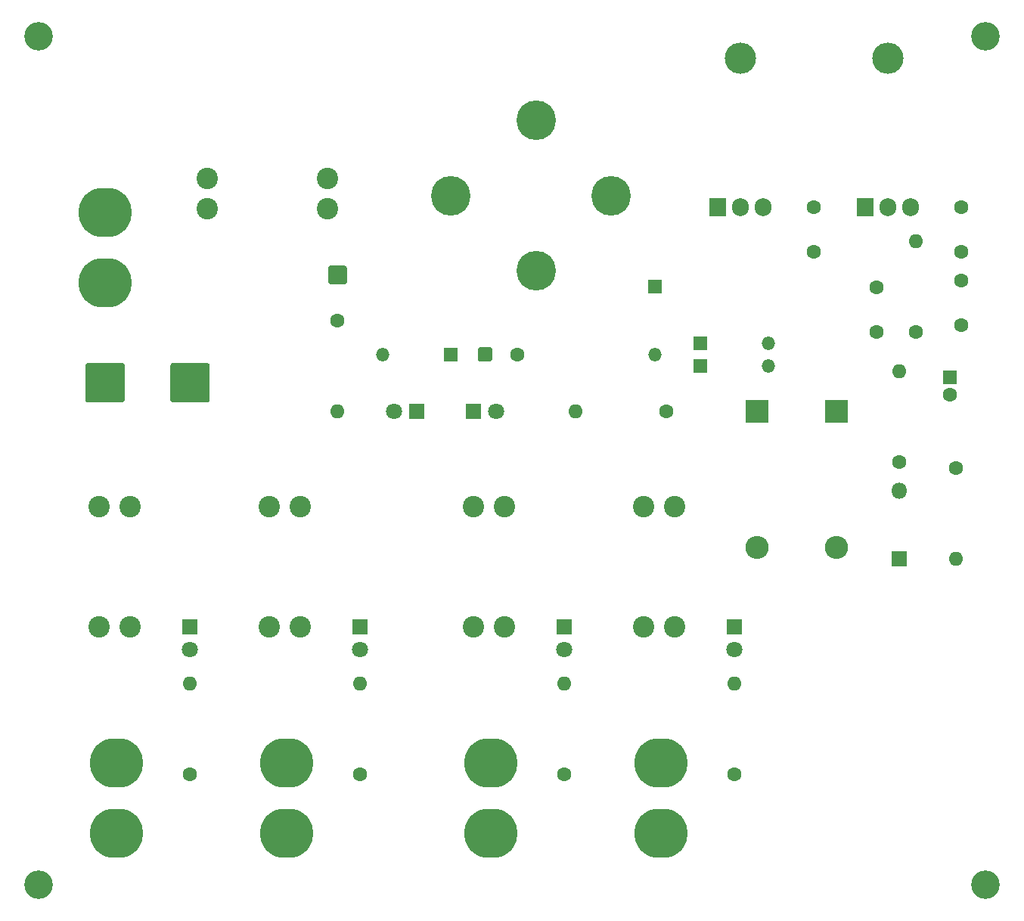
<source format=gbr>
%TF.GenerationSoftware,KiCad,Pcbnew,(5.1.9)-1*%
%TF.CreationDate,2021-04-24T17:16:38+01:00*%
%TF.ProjectId,PowerPole,506f7765-7250-46f6-9c65-2e6b69636164,rev?*%
%TF.SameCoordinates,Original*%
%TF.FileFunction,Soldermask,Bot*%
%TF.FilePolarity,Negative*%
%FSLAX46Y46*%
G04 Gerber Fmt 4.6, Leading zero omitted, Abs format (unit mm)*
G04 Created by KiCad (PCBNEW (5.1.9)-1) date 2021-04-24 17:16:38*
%MOMM*%
%LPD*%
G01*
G04 APERTURE LIST*
%ADD10C,3.200000*%
%ADD11C,4.428000*%
%ADD12C,2.400000*%
%ADD13O,1.600000X1.600000*%
%ADD14C,1.600000*%
%ADD15O,6.000000X5.500000*%
%ADD16O,1.905000X2.000000*%
%ADD17R,1.905000X2.000000*%
%ADD18O,3.500000X3.500000*%
%ADD19C,1.800000*%
%ADD20R,1.800000X1.800000*%
%ADD21O,1.500000X1.500000*%
%ADD22R,1.500000X1.500000*%
%ADD23O,2.600000X2.600000*%
%ADD24R,2.600000X2.600000*%
%ADD25O,1.800000X1.800000*%
%ADD26R,1.600000X1.600000*%
G04 APERTURE END LIST*
D10*
%TO.C, *%
X91000000Y-114000000D03*
%TD*%
%TO.C, *%
X197000000Y-19000000D03*
%TD*%
%TO.C, *%
X197000000Y-114000000D03*
%TD*%
%TO.C, *%
X91000000Y-19000000D03*
%TD*%
D11*
%TO.C,K1*%
X155060000Y-36830000D03*
X146660000Y-45230000D03*
X146660000Y-28430000D03*
X137160000Y-36830000D03*
%TD*%
D12*
%TO.C,F5*%
X158750000Y-71620000D03*
X162150000Y-71620000D03*
X162150000Y-85090000D03*
X158750000Y-85090000D03*
%TD*%
%TO.C,F4*%
X139700000Y-71620000D03*
X143100000Y-71620000D03*
X143100000Y-85090000D03*
X139700000Y-85090000D03*
%TD*%
%TO.C,F3*%
X116840000Y-71620000D03*
X120240000Y-71620000D03*
X120240000Y-85090000D03*
X116840000Y-85090000D03*
%TD*%
%TO.C,F2*%
X97790000Y-71620000D03*
X101190000Y-71620000D03*
X101190000Y-85090000D03*
X97790000Y-85090000D03*
%TD*%
%TO.C,F1*%
X123325000Y-34925000D03*
X123325000Y-38325000D03*
X109855000Y-38325000D03*
X109855000Y-34925000D03*
%TD*%
D13*
%TO.C,R8*%
X124460000Y-60960000D03*
D14*
X124460000Y-50800000D03*
%TD*%
%TO.C,J8*%
G36*
G01*
X105750000Y-59734200D02*
X105750000Y-55835800D01*
G75*
G02*
X106000800Y-55585000I250800J0D01*
G01*
X109899200Y-55585000D01*
G75*
G02*
X110150000Y-55835800I0J-250800D01*
G01*
X110150000Y-59734200D01*
G75*
G02*
X109899200Y-59985000I-250800J0D01*
G01*
X106000800Y-59985000D01*
G75*
G02*
X105750000Y-59734200I0J250800D01*
G01*
G37*
%TD*%
%TO.C,J7*%
G36*
G01*
X96225000Y-59734200D02*
X96225000Y-55835800D01*
G75*
G02*
X96475800Y-55585000I250800J0D01*
G01*
X100374200Y-55585000D01*
G75*
G02*
X100625000Y-55835800I0J-250800D01*
G01*
X100625000Y-59734200D01*
G75*
G02*
X100374200Y-59985000I-250800J0D01*
G01*
X96475800Y-59985000D01*
G75*
G02*
X96225000Y-59734200I0J250800D01*
G01*
G37*
%TD*%
%TO.C,J6*%
G36*
G01*
X123410000Y-46520001D02*
X123410000Y-44919999D01*
G75*
G02*
X123659999Y-44670000I249999J0D01*
G01*
X125260001Y-44670000D01*
G75*
G02*
X125510000Y-44919999I0J-249999D01*
G01*
X125510000Y-46520001D01*
G75*
G02*
X125260001Y-46770000I-249999J0D01*
G01*
X123659999Y-46770000D01*
G75*
G02*
X123410000Y-46520001I0J249999D01*
G01*
G37*
%TD*%
D15*
%TO.C,J5*%
X99695000Y-108230000D03*
X99695000Y-100330000D03*
%TD*%
%TO.C,J4*%
X118745000Y-108230000D03*
X118745000Y-100330000D03*
%TD*%
%TO.C,J3*%
X141605000Y-108230000D03*
X141605000Y-100330000D03*
%TD*%
%TO.C,J2*%
X160655000Y-108230000D03*
X160655000Y-100330000D03*
%TD*%
%TO.C,J1*%
X98425000Y-46635000D03*
X98425000Y-38735000D03*
%TD*%
D14*
%TO.C,C5*%
X177800000Y-43100000D03*
X177800000Y-38100000D03*
%TD*%
D16*
%TO.C,D1*%
X172085000Y-38100000D03*
X169545000Y-38100000D03*
D17*
X167005000Y-38100000D03*
D18*
X169545000Y-21440000D03*
%TD*%
D14*
%TO.C,SW1*%
X144570000Y-54610000D03*
G36*
G01*
X140170000Y-55160000D02*
X140170000Y-54060000D01*
G75*
G02*
X140420000Y-53810000I250000J0D01*
G01*
X141520000Y-53810000D01*
G75*
G02*
X141770000Y-54060000I0J-250000D01*
G01*
X141770000Y-55160000D01*
G75*
G02*
X141520000Y-55410000I-250000J0D01*
G01*
X140420000Y-55410000D01*
G75*
G02*
X140170000Y-55160000I0J250000D01*
G01*
G37*
%TD*%
D13*
%TO.C,R9*%
X189230000Y-41910000D03*
D14*
X189230000Y-52070000D03*
%TD*%
D13*
%TO.C,R7*%
X107950000Y-91440000D03*
D14*
X107950000Y-101600000D03*
%TD*%
D13*
%TO.C,R6*%
X127000000Y-91440000D03*
D14*
X127000000Y-101600000D03*
%TD*%
D13*
%TO.C,R5*%
X149860000Y-91440000D03*
D14*
X149860000Y-101600000D03*
%TD*%
D13*
%TO.C,R4*%
X168910000Y-91440000D03*
D14*
X168910000Y-101600000D03*
%TD*%
D13*
%TO.C,R3*%
X151130000Y-60960000D03*
D14*
X161290000Y-60960000D03*
%TD*%
D13*
%TO.C,R2*%
X187325000Y-56515000D03*
D14*
X187325000Y-66675000D03*
%TD*%
D13*
%TO.C,R1*%
X193675000Y-77470000D03*
D14*
X193675000Y-67310000D03*
%TD*%
D19*
%TO.C,D15*%
X130810000Y-60960000D03*
D20*
X133350000Y-60960000D03*
%TD*%
D21*
%TO.C,D14*%
X129540000Y-54610000D03*
D22*
X137160000Y-54610000D03*
%TD*%
D21*
%TO.C,D13*%
X172720000Y-53340000D03*
D22*
X165100000Y-53340000D03*
%TD*%
D21*
%TO.C,D12*%
X172720000Y-55880000D03*
D22*
X165100000Y-55880000D03*
%TD*%
D21*
%TO.C,D11*%
X160020000Y-54610000D03*
D22*
X160020000Y-46990000D03*
%TD*%
D19*
%TO.C,D10*%
X107950000Y-87630000D03*
D20*
X107950000Y-85090000D03*
%TD*%
D19*
%TO.C,D9*%
X127000000Y-87630000D03*
D20*
X127000000Y-85090000D03*
%TD*%
D19*
%TO.C,D8*%
X149860000Y-87630000D03*
D20*
X149860000Y-85090000D03*
%TD*%
D19*
%TO.C,D7*%
X168910000Y-87630000D03*
D20*
X168910000Y-85090000D03*
%TD*%
D19*
%TO.C,D6*%
X142240000Y-60960000D03*
D20*
X139700000Y-60960000D03*
%TD*%
D23*
%TO.C,D5*%
X180340000Y-76200000D03*
D24*
X180340000Y-60960000D03*
%TD*%
D23*
%TO.C,D4*%
X171450000Y-76200000D03*
D24*
X171450000Y-60960000D03*
%TD*%
D25*
%TO.C,D3*%
X187325000Y-69850000D03*
D20*
X187325000Y-77470000D03*
%TD*%
D16*
%TO.C,D2*%
X188595000Y-38100000D03*
X186055000Y-38100000D03*
D17*
X183515000Y-38100000D03*
D18*
X186055000Y-21440000D03*
%TD*%
D14*
%TO.C,C4*%
X184785000Y-47070000D03*
X184785000Y-52070000D03*
%TD*%
%TO.C,C3*%
X194310000Y-51355000D03*
X194310000Y-46355000D03*
%TD*%
%TO.C,C2*%
X194310000Y-43100000D03*
X194310000Y-38100000D03*
%TD*%
%TO.C,C1*%
X193040000Y-59150000D03*
D26*
X193040000Y-57150000D03*
%TD*%
M02*

</source>
